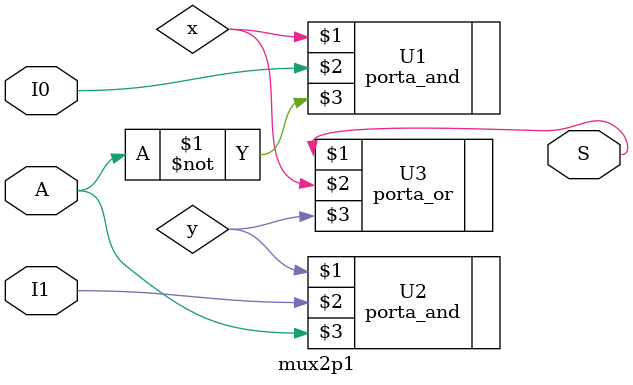
<source format=v>
module mux2p1 (S, A, I0, I1);
input A, I0, I1;
output S;
wire x, y;

porta_and U1(x,I0,~A);
porta_and U2(y,I1,A);
porta_or U3(S,x,y);

endmodule

</source>
